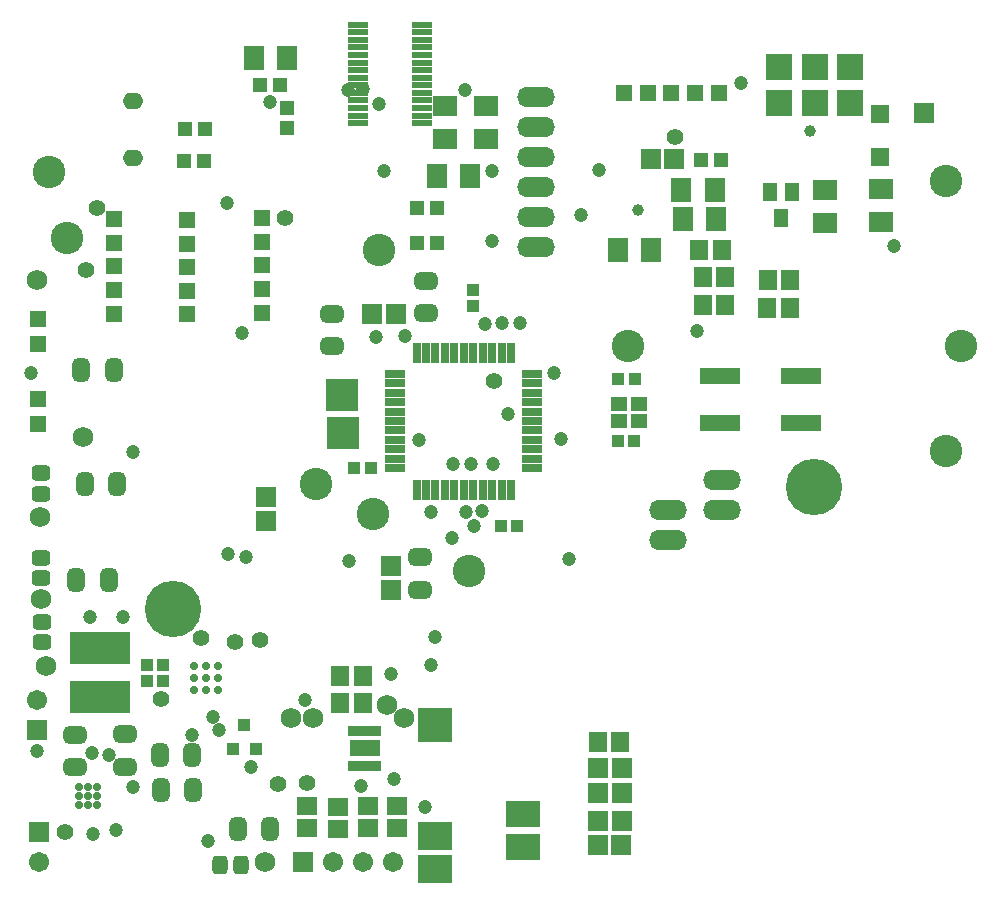
<source format=gbs>
G04 Layer_Color=16711935*
%FSLAX44Y44*%
%MOMM*%
G71*
G01*
G75*
%ADD81R,2.0033X1.8032*%
%ADD82C,1.7272*%
G04:AMPARAMS|DCode=86|XSize=1.9532mm|YSize=1.4532mm|CornerRadius=0.4141mm|HoleSize=0mm|Usage=FLASHONLY|Rotation=270.000|XOffset=0mm|YOffset=0mm|HoleType=Round|Shape=RoundedRectangle|*
%AMROUNDEDRECTD86*
21,1,1.9532,0.6250,0,0,270.0*
21,1,1.1250,1.4532,0,0,270.0*
1,1,0.8282,-0.3125,-0.5625*
1,1,0.8282,-0.3125,0.5625*
1,1,0.8282,0.3125,0.5625*
1,1,0.8282,0.3125,-0.5625*
%
%ADD86ROUNDEDRECTD86*%
G04:AMPARAMS|DCode=87|XSize=1.9532mm|YSize=1.4532mm|CornerRadius=0.4141mm|HoleSize=0mm|Usage=FLASHONLY|Rotation=0.000|XOffset=0mm|YOffset=0mm|HoleType=Round|Shape=RoundedRectangle|*
%AMROUNDEDRECTD87*
21,1,1.9532,0.6250,0,0,0.0*
21,1,1.1250,1.4532,0,0,0.0*
1,1,0.8282,0.5625,-0.3125*
1,1,0.8282,-0.5625,-0.3125*
1,1,0.8282,-0.5625,0.3125*
1,1,0.8282,0.5625,0.3125*
%
%ADD87ROUNDEDRECTD87*%
%ADD89R,1.5032X1.7033*%
%ADD90R,1.7033X1.5032*%
G04:AMPARAMS|DCode=91|XSize=1.6032mm|YSize=1.3032mm|CornerRadius=0.3766mm|HoleSize=0mm|Usage=FLASHONLY|Rotation=0.000|XOffset=0mm|YOffset=0mm|HoleType=Round|Shape=RoundedRectangle|*
%AMROUNDEDRECTD91*
21,1,1.6032,0.5500,0,0,0.0*
21,1,0.8500,1.3032,0,0,0.0*
1,1,0.7532,0.4250,-0.2750*
1,1,0.7532,-0.4250,-0.2750*
1,1,0.7532,-0.4250,0.2750*
1,1,0.7532,0.4250,0.2750*
%
%ADD91ROUNDEDRECTD91*%
%ADD93R,1.8032X2.0033*%
%ADD94R,1.2032X1.3033*%
%ADD101O,1.7032X1.4032*%
%ADD102O,3.2032X1.7032*%
%ADD103C,2.7432*%
%ADD104C,4.7752*%
%ADD105C,1.7032*%
%ADD106R,1.7032X1.7032*%
%ADD107R,1.7032X1.7032*%
%ADD108C,1.2032*%
%ADD109C,1.4032*%
%ADD110C,1.0032*%
%ADD111C,0.7032*%
%ADD112R,2.7498X0.8499*%
%ADD113R,1.4032X1.4032*%
%ADD114R,2.2032X2.2032*%
%ADD115R,1.7032X0.6032*%
%ADD116R,1.4032X1.3032*%
%ADD117R,1.3033X1.2032*%
%ADD118R,1.7272X1.7272*%
%ADD119R,1.4032X1.4032*%
%ADD120R,1.4031X1.4031*%
%ADD121R,1.1032X1.0032*%
%ADD122R,1.7272X1.7272*%
%ADD123R,1.0032X1.1032*%
%ADD124R,3.4031X1.4031*%
%ADD125R,5.2032X2.7432*%
G04:AMPARAMS|DCode=126|XSize=1.6032mm|YSize=1.3032mm|CornerRadius=0.3766mm|HoleSize=0mm|Usage=FLASHONLY|Rotation=270.000|XOffset=0mm|YOffset=0mm|HoleType=Round|Shape=RoundedRectangle|*
%AMROUNDEDRECTD126*
21,1,1.6032,0.5500,0,0,270.0*
21,1,0.8500,1.3032,0,0,270.0*
1,1,0.7532,-0.2750,-0.4250*
1,1,0.7532,-0.2750,0.4250*
1,1,0.7532,0.2750,0.4250*
1,1,0.7532,0.2750,-0.4250*
%
%ADD126ROUNDEDRECTD126*%
%ADD127R,0.4031X0.9032*%
%ADD128R,2.5532X1.4732*%
%ADD129R,0.7033X1.7033*%
%ADD130R,1.7033X0.7033*%
%ADD131R,2.7032X2.7032*%
%ADD132R,1.2032X1.6032*%
%ADD133R,1.6033X1.6033*%
%ADD134R,3.0032X2.2032*%
%ADD135R,3.0032X3.0032*%
%ADD136R,3.0032X2.4032*%
D81*
X649000Y741251D02*
D03*
Y713250D02*
D03*
X614750Y741500D02*
D03*
Y713500D02*
D03*
X936000Y642000D02*
D03*
Y670001D02*
D03*
X983500Y671251D02*
D03*
Y643250D02*
D03*
D82*
X502500Y223500D02*
D03*
X484000Y223250D02*
D03*
X580250D02*
D03*
X565750Y234500D02*
D03*
X277000Y267750D02*
D03*
X272500Y324250D02*
D03*
X462250Y101750D02*
D03*
X272000Y393250D02*
D03*
X307750Y461000D02*
D03*
X268750Y594250D02*
D03*
D86*
X337000Y421750D02*
D03*
X309500D02*
D03*
X334250Y518250D02*
D03*
X306750D02*
D03*
X373250Y192000D02*
D03*
X400750D02*
D03*
X401500Y162250D02*
D03*
X374000D02*
D03*
X466750Y129500D02*
D03*
X439250D02*
D03*
X329750Y339750D02*
D03*
X302250D02*
D03*
D87*
X301250Y181750D02*
D03*
Y209250D02*
D03*
X344000Y182000D02*
D03*
Y209500D02*
D03*
X593000Y359500D02*
D03*
Y332000D02*
D03*
X598500Y566000D02*
D03*
Y593500D02*
D03*
X518750Y538000D02*
D03*
Y565500D02*
D03*
D89*
X525750Y235750D02*
D03*
X544750D02*
D03*
X526000Y258750D02*
D03*
X545000D02*
D03*
X832750Y596500D02*
D03*
X851750D02*
D03*
X907000Y594500D02*
D03*
X888000D02*
D03*
X851750Y573000D02*
D03*
X832750D02*
D03*
X887500Y570500D02*
D03*
X906500D02*
D03*
X830000Y619250D02*
D03*
X849000D02*
D03*
X744000Y203250D02*
D03*
X763000D02*
D03*
D90*
X549500Y149000D02*
D03*
Y130000D02*
D03*
X524250Y148000D02*
D03*
Y129000D02*
D03*
X497750Y148750D02*
D03*
Y129750D02*
D03*
X574250Y149000D02*
D03*
Y130000D02*
D03*
D91*
X273000Y304750D02*
D03*
Y287250D02*
D03*
X272500Y359000D02*
D03*
Y341500D02*
D03*
X272750Y413250D02*
D03*
Y430750D02*
D03*
D93*
X636001Y682500D02*
D03*
X607999D02*
D03*
X481001Y781750D02*
D03*
X452999D02*
D03*
X789000Y619250D02*
D03*
X761000D02*
D03*
X843751Y645500D02*
D03*
X815750D02*
D03*
X842750Y670500D02*
D03*
X814750D02*
D03*
D94*
X480750Y723001D02*
D03*
Y739999D02*
D03*
D101*
X350000Y746050D02*
D03*
Y697250D02*
D03*
D102*
X849500Y424950D02*
D03*
Y399550D02*
D03*
X803750Y399700D02*
D03*
Y374300D02*
D03*
X691750Y622500D02*
D03*
Y647900D02*
D03*
Y673300D02*
D03*
Y698700D02*
D03*
Y724100D02*
D03*
Y749500D02*
D03*
D103*
X1051560Y538480D02*
D03*
X769620D02*
D03*
X1038860Y449580D02*
D03*
Y678180D02*
D03*
X294640Y629920D02*
D03*
X505460Y421640D02*
D03*
X553720Y396240D02*
D03*
X558800Y619760D02*
D03*
X279400Y685800D02*
D03*
X635000Y347980D02*
D03*
D104*
X927100Y419100D02*
D03*
X384000Y316000D02*
D03*
D105*
X269000Y238900D02*
D03*
X270510Y101600D02*
D03*
X519900Y101250D02*
D03*
X545300D02*
D03*
X570700D02*
D03*
D106*
X269000Y213500D02*
D03*
X270510Y127000D02*
D03*
D107*
X494500Y101250D02*
D03*
D108*
X330250Y191750D02*
D03*
X316000Y193250D02*
D03*
X495750Y238250D02*
D03*
X597250Y147750D02*
D03*
X569000Y260750D02*
D03*
X606250Y292250D02*
D03*
X533705Y356045D02*
D03*
X994750Y622750D02*
D03*
X350000Y448250D02*
D03*
X264000Y515250D02*
D03*
X430000Y659750D02*
D03*
X443000Y549000D02*
D03*
X729500Y649250D02*
D03*
X865250Y761250D02*
D03*
X827500Y551250D02*
D03*
X558750Y743000D02*
D03*
X269000Y195500D02*
D03*
X316500Y124750D02*
D03*
X646000Y398500D02*
D03*
X350250Y165000D02*
D03*
X335750Y128500D02*
D03*
X400500Y209250D02*
D03*
X450000Y181750D02*
D03*
X655000Y438000D02*
D03*
X571750Y171750D02*
D03*
X543500Y166000D02*
D03*
X603000Y268500D02*
D03*
X639500Y385750D02*
D03*
X712500Y459750D02*
D03*
X707000Y515000D02*
D03*
X580500Y546500D02*
D03*
X555750Y546250D02*
D03*
X632000Y398000D02*
D03*
X603000D02*
D03*
X620750Y376000D02*
D03*
X636500Y438250D02*
D03*
X621000Y438000D02*
D03*
X592250Y459000D02*
D03*
X631250Y754750D02*
D03*
X545000Y755500D02*
D03*
X562500Y686500D02*
D03*
X466000Y744500D02*
D03*
X667500Y480500D02*
D03*
X662749Y557749D02*
D03*
X678250Y557500D02*
D03*
X648250Y557250D02*
D03*
X423500Y213250D02*
D03*
X418000Y224500D02*
D03*
X446250Y360000D02*
D03*
X431000Y362000D02*
D03*
X341750Y308500D02*
D03*
X414000Y119000D02*
D03*
X654750Y627000D02*
D03*
X744750Y687500D02*
D03*
X654250Y686250D02*
D03*
X532250Y754750D02*
D03*
X313750Y309000D02*
D03*
X719250Y358000D02*
D03*
D109*
X374500Y239500D02*
D03*
X498000Y168250D02*
D03*
X457750Y289000D02*
D03*
X437000Y287750D02*
D03*
X408000Y291250D02*
D03*
X293250Y126500D02*
D03*
X656000Y509000D02*
D03*
X809000Y715500D02*
D03*
X320250Y654750D02*
D03*
X473000Y167750D02*
D03*
X479500Y646500D02*
D03*
X310250Y602250D02*
D03*
D110*
X778250Y653000D02*
D03*
X923250Y720000D02*
D03*
D111*
X422660Y257000D02*
D03*
X412500D02*
D03*
X402340D02*
D03*
Y267160D02*
D03*
Y246840D02*
D03*
X412500Y267160D02*
D03*
Y246840D02*
D03*
X422660Y267160D02*
D03*
Y246840D02*
D03*
X312420Y157480D02*
D03*
Y149860D02*
D03*
Y165100D02*
D03*
X304800Y149860D02*
D03*
Y157480D02*
D03*
Y165100D02*
D03*
X320040D02*
D03*
Y157480D02*
D03*
Y149860D02*
D03*
D112*
X546500Y212493D02*
D03*
Y182994D02*
D03*
D113*
X334500Y565750D02*
D03*
Y585750D02*
D03*
Y605750D02*
D03*
Y625750D02*
D03*
Y645750D02*
D03*
X459750Y566500D02*
D03*
Y586500D02*
D03*
Y606500D02*
D03*
Y626500D02*
D03*
Y646500D02*
D03*
X395750Y565000D02*
D03*
Y585000D02*
D03*
Y605000D02*
D03*
Y625000D02*
D03*
Y645000D02*
D03*
D114*
X897750Y744250D02*
D03*
X927750D02*
D03*
X957750D02*
D03*
X897750Y774250D02*
D03*
X927750D02*
D03*
X957750D02*
D03*
D115*
X540750Y733400D02*
D03*
Y727000D02*
D03*
Y739800D02*
D03*
Y746200D02*
D03*
Y771800D02*
D03*
Y765400D02*
D03*
Y752600D02*
D03*
Y759000D02*
D03*
Y810200D02*
D03*
Y803800D02*
D03*
X594750Y727000D02*
D03*
Y733400D02*
D03*
X540750Y797400D02*
D03*
Y791000D02*
D03*
Y778200D02*
D03*
Y784600D02*
D03*
X594750Y797400D02*
D03*
Y791000D02*
D03*
Y803800D02*
D03*
Y810200D02*
D03*
Y771800D02*
D03*
Y765400D02*
D03*
Y778200D02*
D03*
Y784600D02*
D03*
Y759000D02*
D03*
Y752600D02*
D03*
Y739800D02*
D03*
Y746200D02*
D03*
D116*
X778500Y488750D02*
D03*
X761500D02*
D03*
Y474750D02*
D03*
X778500D02*
D03*
D117*
X590501Y655000D02*
D03*
X607499D02*
D03*
X590751Y625250D02*
D03*
X607749D02*
D03*
X831001Y696000D02*
D03*
X847999D02*
D03*
X475249Y759500D02*
D03*
X458251D02*
D03*
X410749Y695000D02*
D03*
X393751D02*
D03*
X394501Y722250D02*
D03*
X411499D02*
D03*
D118*
X788750Y696250D02*
D03*
X808750D02*
D03*
X572750Y565250D02*
D03*
X552750D02*
D03*
X744250Y180750D02*
D03*
X764250D02*
D03*
X744010Y160193D02*
D03*
X764010D02*
D03*
X744000Y136000D02*
D03*
X764000D02*
D03*
X743750Y116000D02*
D03*
X763750D02*
D03*
X1020000Y735500D02*
D03*
D119*
X766250Y752500D02*
D03*
X786250D02*
D03*
X806250D02*
D03*
X826250D02*
D03*
X846250D02*
D03*
D120*
X270250Y540250D02*
D03*
Y561250D02*
D03*
X270000Y472500D02*
D03*
Y493500D02*
D03*
D121*
X638500Y586000D02*
D03*
Y572000D02*
D03*
X435250Y197000D02*
D03*
X444750Y217000D02*
D03*
X454250Y197000D02*
D03*
D122*
X568500Y351750D02*
D03*
Y331750D02*
D03*
X463000Y390000D02*
D03*
Y410000D02*
D03*
D123*
X761250Y510000D02*
D03*
X775250D02*
D03*
X551750Y434750D02*
D03*
X537750D02*
D03*
X675750Y386250D02*
D03*
X661750D02*
D03*
X362000Y254500D02*
D03*
X376000D02*
D03*
Y268250D02*
D03*
X362000D02*
D03*
X774750Y457750D02*
D03*
X760750D02*
D03*
D124*
X915750Y512750D02*
D03*
X847750D02*
D03*
X915750Y472750D02*
D03*
X847750D02*
D03*
D125*
X322750Y282960D02*
D03*
Y241040D02*
D03*
D126*
X441500Y99250D02*
D03*
X424000D02*
D03*
D127*
X558499Y212500D02*
D03*
X554501D02*
D03*
X550500D02*
D03*
X538499D02*
D03*
X546500D02*
D03*
X542500D02*
D03*
X534501D02*
D03*
X558499Y183000D02*
D03*
X554501D02*
D03*
X550500D02*
D03*
X546500D02*
D03*
X542500D02*
D03*
X538499D02*
D03*
X534501D02*
D03*
D128*
X546500Y197750D02*
D03*
D129*
X590500Y532751D02*
D03*
X598501D02*
D03*
X606499D02*
D03*
X614501D02*
D03*
X622499D02*
D03*
X630500D02*
D03*
X638501D02*
D03*
X646499D02*
D03*
X654501D02*
D03*
X662499D02*
D03*
X670500D02*
D03*
Y416749D02*
D03*
X662499D02*
D03*
X654501D02*
D03*
X646499D02*
D03*
X638501D02*
D03*
X630500D02*
D03*
X622499D02*
D03*
X614501D02*
D03*
X606499D02*
D03*
X598501D02*
D03*
X590500D02*
D03*
D130*
X688501Y514750D02*
D03*
Y506749D02*
D03*
Y498750D02*
D03*
Y490750D02*
D03*
Y482751D02*
D03*
Y474750D02*
D03*
Y466749D02*
D03*
Y458750D02*
D03*
Y450750D02*
D03*
Y442751D02*
D03*
Y434750D02*
D03*
X572499D02*
D03*
Y442751D02*
D03*
Y450750D02*
D03*
Y458750D02*
D03*
Y466749D02*
D03*
Y474750D02*
D03*
Y482751D02*
D03*
Y490750D02*
D03*
Y498750D02*
D03*
Y506749D02*
D03*
Y514750D02*
D03*
D131*
X527750Y496500D02*
D03*
X528250Y464500D02*
D03*
D132*
X908500Y669000D02*
D03*
X899000Y647000D02*
D03*
X889500Y669000D02*
D03*
D133*
X982500Y698001D02*
D03*
Y734999D02*
D03*
D134*
X680500Y142250D02*
D03*
Y114250D02*
D03*
D135*
X606500Y217250D02*
D03*
D136*
Y123250D02*
D03*
Y95250D02*
D03*
M02*

</source>
